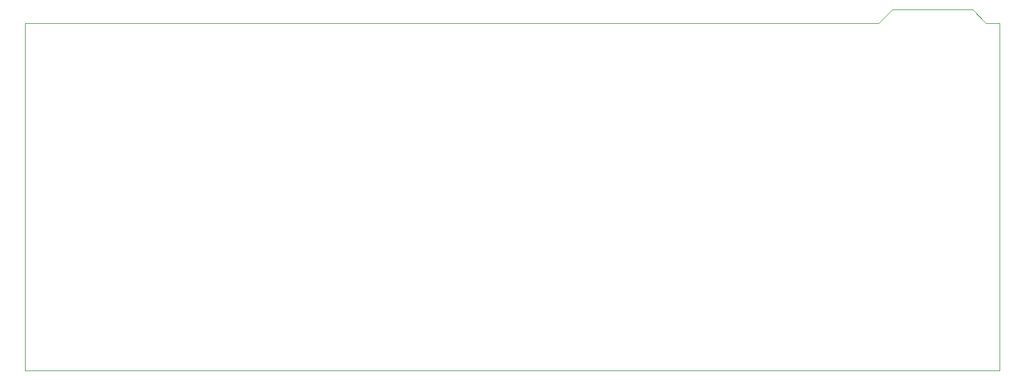
<source format=gm1>
%TF.GenerationSoftware,KiCad,Pcbnew,8.0.3*%
%TF.CreationDate,2024-06-22T14:51:58+02:00*%
%TF.ProjectId,dmx-box-rounded,646d782d-626f-4782-9d72-6f756e646564,rev?*%
%TF.SameCoordinates,Original*%
%TF.FileFunction,Profile,NP*%
%FSLAX46Y46*%
G04 Gerber Fmt 4.6, Leading zero omitted, Abs format (unit mm)*
G04 Created by KiCad (PCBNEW 8.0.3) date 2024-06-22 14:51:58*
%MOMM*%
%LPD*%
G01*
G04 APERTURE LIST*
%TA.AperFunction,Profile*%
%ADD10C,0.100000*%
%TD*%
G04 APERTURE END LIST*
D10*
X174625000Y-71120000D02*
X176530000Y-71120000D01*
X176530000Y-120605000D01*
X38100000Y-120605000D01*
X38100000Y-71120000D01*
X159385000Y-71120000D01*
X161290000Y-69170000D01*
X172720000Y-69170000D01*
X174625000Y-71120000D01*
M02*

</source>
